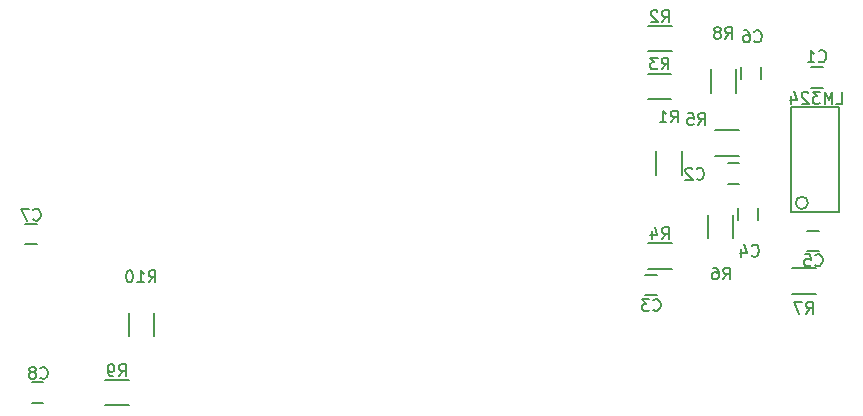
<source format=gbr>
G04 #@! TF.FileFunction,Legend,Bot*
%FSLAX45Y45*%
G04 Gerber Fmt 4.5, Leading zero omitted, Abs format (unit mm)*
G04 Created by KiCad (PCBNEW 4.0.4-stable) date 10/22/16 14:43:45*
%MOMM*%
%LPD*%
G01*
G04 APERTURE LIST*
%ADD10C,0.100000*%
%ADD11C,0.150000*%
G04 APERTURE END LIST*
D10*
D11*
X18395582Y-10284300D02*
G75*
G03X18395582Y-10284300I-52302J0D01*
G01*
X18249100Y-10365740D02*
X18249100Y-9471660D01*
X18249100Y-9471660D02*
X18654520Y-9471660D01*
X18654520Y-9471660D02*
X18654520Y-10365740D01*
X18654520Y-10365740D02*
X18249100Y-10365740D01*
X18520880Y-9307740D02*
X18420880Y-9307740D01*
X18420880Y-9137740D02*
X18520880Y-9137740D01*
X17814760Y-10120540D02*
X17714760Y-10120540D01*
X17714760Y-9950540D02*
X17814760Y-9950540D01*
X17118800Y-11062880D02*
X17018800Y-11062880D01*
X17018800Y-10892880D02*
X17118800Y-10892880D01*
X17806760Y-10430980D02*
X17806760Y-10330980D01*
X17976760Y-10330980D02*
X17976760Y-10430980D01*
X18487860Y-10689500D02*
X18387860Y-10689500D01*
X18387860Y-10519500D02*
X18487860Y-10519500D01*
X17999800Y-9131500D02*
X17999800Y-9231500D01*
X17829800Y-9231500D02*
X17829800Y-9131500D01*
X11766080Y-10466160D02*
X11866080Y-10466160D01*
X11866080Y-10636160D02*
X11766080Y-10636160D01*
X11921960Y-11974740D02*
X11821960Y-11974740D01*
X11821960Y-11804740D02*
X11921960Y-11804740D01*
X17326160Y-10049180D02*
X17326160Y-9849180D01*
X17111160Y-9849180D02*
X17111160Y-10049180D01*
X17242460Y-8787580D02*
X17042460Y-8787580D01*
X17042460Y-9002580D02*
X17242460Y-9002580D01*
X17239920Y-9193980D02*
X17039920Y-9193980D01*
X17039920Y-9408980D02*
X17239920Y-9408980D01*
X17242460Y-10626540D02*
X17042460Y-10626540D01*
X17042460Y-10841540D02*
X17242460Y-10841540D01*
X17811420Y-9671500D02*
X17611420Y-9671500D01*
X17611420Y-9886500D02*
X17811420Y-9886500D01*
X17548040Y-10385120D02*
X17548040Y-10585120D01*
X17763040Y-10585120D02*
X17763040Y-10385120D01*
X18464200Y-10839900D02*
X18264200Y-10839900D01*
X18264200Y-11054900D02*
X18464200Y-11054900D01*
X17785900Y-9353220D02*
X17785900Y-9153220D01*
X17570900Y-9153220D02*
X17570900Y-9353220D01*
X12447600Y-11997240D02*
X12647600Y-11997240D01*
X12647600Y-11782240D02*
X12447600Y-11782240D01*
X12858300Y-11413160D02*
X12858300Y-11213160D01*
X12643300Y-11213160D02*
X12643300Y-11413160D01*
X18636348Y-9444238D02*
X18683967Y-9444238D01*
X18683967Y-9344238D01*
X18603014Y-9444238D02*
X18603014Y-9344238D01*
X18569681Y-9415667D01*
X18536348Y-9344238D01*
X18536348Y-9444238D01*
X18498252Y-9344238D02*
X18436348Y-9344238D01*
X18469681Y-9382333D01*
X18455395Y-9382333D01*
X18445871Y-9387095D01*
X18441110Y-9391857D01*
X18436348Y-9401381D01*
X18436348Y-9425191D01*
X18441110Y-9434714D01*
X18445871Y-9439476D01*
X18455395Y-9444238D01*
X18483967Y-9444238D01*
X18493491Y-9439476D01*
X18498252Y-9434714D01*
X18398252Y-9353762D02*
X18393491Y-9349000D01*
X18383967Y-9344238D01*
X18360157Y-9344238D01*
X18350633Y-9349000D01*
X18345871Y-9353762D01*
X18341110Y-9363286D01*
X18341110Y-9372810D01*
X18345871Y-9387095D01*
X18403014Y-9444238D01*
X18341110Y-9444238D01*
X18255395Y-9377571D02*
X18255395Y-9444238D01*
X18279205Y-9339476D02*
X18303014Y-9410905D01*
X18241110Y-9410905D01*
X18487547Y-9083194D02*
X18492309Y-9087956D01*
X18506594Y-9092718D01*
X18516118Y-9092718D01*
X18530404Y-9087956D01*
X18539928Y-9078432D01*
X18544690Y-9068909D01*
X18549451Y-9049861D01*
X18549451Y-9035575D01*
X18544690Y-9016528D01*
X18539928Y-9007004D01*
X18530404Y-8997480D01*
X18516118Y-8992718D01*
X18506594Y-8992718D01*
X18492309Y-8997480D01*
X18487547Y-9002242D01*
X18392309Y-9092718D02*
X18449451Y-9092718D01*
X18420880Y-9092718D02*
X18420880Y-8992718D01*
X18430404Y-9007004D01*
X18439928Y-9016528D01*
X18449451Y-9021290D01*
X17453767Y-10078874D02*
X17458529Y-10083636D01*
X17472814Y-10088398D01*
X17482338Y-10088398D01*
X17496624Y-10083636D01*
X17506148Y-10074112D01*
X17510910Y-10064589D01*
X17515671Y-10045541D01*
X17515671Y-10031255D01*
X17510910Y-10012208D01*
X17506148Y-10002684D01*
X17496624Y-9993160D01*
X17482338Y-9988398D01*
X17472814Y-9988398D01*
X17458529Y-9993160D01*
X17453767Y-9997922D01*
X17415671Y-9997922D02*
X17410910Y-9993160D01*
X17401386Y-9988398D01*
X17377576Y-9988398D01*
X17368052Y-9993160D01*
X17363290Y-9997922D01*
X17358529Y-10007446D01*
X17358529Y-10016970D01*
X17363290Y-10031255D01*
X17420433Y-10088398D01*
X17358529Y-10088398D01*
X17085467Y-11188854D02*
X17090229Y-11193616D01*
X17104514Y-11198378D01*
X17114038Y-11198378D01*
X17128324Y-11193616D01*
X17137848Y-11184092D01*
X17142610Y-11174569D01*
X17147371Y-11155521D01*
X17147371Y-11141235D01*
X17142610Y-11122188D01*
X17137848Y-11112664D01*
X17128324Y-11103140D01*
X17114038Y-11098378D01*
X17104514Y-11098378D01*
X17090229Y-11103140D01*
X17085467Y-11107902D01*
X17052133Y-11098378D02*
X16990229Y-11098378D01*
X17023562Y-11136473D01*
X17009276Y-11136473D01*
X16999752Y-11141235D01*
X16994990Y-11145997D01*
X16990229Y-11155521D01*
X16990229Y-11179331D01*
X16994990Y-11188854D01*
X16999752Y-11193616D01*
X17009276Y-11198378D01*
X17037848Y-11198378D01*
X17047371Y-11193616D01*
X17052133Y-11188854D01*
X17918587Y-10729114D02*
X17923349Y-10733876D01*
X17937634Y-10738638D01*
X17947158Y-10738638D01*
X17961444Y-10733876D01*
X17970968Y-10724352D01*
X17975730Y-10714829D01*
X17980491Y-10695781D01*
X17980491Y-10681495D01*
X17975730Y-10662448D01*
X17970968Y-10652924D01*
X17961444Y-10643400D01*
X17947158Y-10638638D01*
X17937634Y-10638638D01*
X17923349Y-10643400D01*
X17918587Y-10648162D01*
X17832872Y-10671971D02*
X17832872Y-10738638D01*
X17856682Y-10633876D02*
X17880491Y-10705305D01*
X17818587Y-10705305D01*
X18457067Y-10810394D02*
X18461829Y-10815156D01*
X18476114Y-10819918D01*
X18485638Y-10819918D01*
X18499924Y-10815156D01*
X18509448Y-10805632D01*
X18514210Y-10796109D01*
X18518971Y-10777061D01*
X18518971Y-10762775D01*
X18514210Y-10743728D01*
X18509448Y-10734204D01*
X18499924Y-10724680D01*
X18485638Y-10719918D01*
X18476114Y-10719918D01*
X18461829Y-10724680D01*
X18457067Y-10729442D01*
X18366590Y-10719918D02*
X18414210Y-10719918D01*
X18418971Y-10767537D01*
X18414210Y-10762775D01*
X18404686Y-10758013D01*
X18380876Y-10758013D01*
X18371352Y-10762775D01*
X18366590Y-10767537D01*
X18361829Y-10777061D01*
X18361829Y-10800871D01*
X18366590Y-10810394D01*
X18371352Y-10815156D01*
X18380876Y-10819918D01*
X18404686Y-10819918D01*
X18414210Y-10815156D01*
X18418971Y-10810394D01*
X17941627Y-8914954D02*
X17946389Y-8919716D01*
X17960674Y-8924478D01*
X17970198Y-8924478D01*
X17984484Y-8919716D01*
X17994008Y-8910192D01*
X17998770Y-8900669D01*
X18003531Y-8881621D01*
X18003531Y-8867335D01*
X17998770Y-8848288D01*
X17994008Y-8838764D01*
X17984484Y-8829240D01*
X17970198Y-8824478D01*
X17960674Y-8824478D01*
X17946389Y-8829240D01*
X17941627Y-8834002D01*
X17855912Y-8824478D02*
X17874960Y-8824478D01*
X17884484Y-8829240D01*
X17889246Y-8834002D01*
X17898770Y-8848288D01*
X17903531Y-8867335D01*
X17903531Y-8905431D01*
X17898770Y-8914954D01*
X17894008Y-8919716D01*
X17884484Y-8924478D01*
X17865436Y-8924478D01*
X17855912Y-8919716D01*
X17851150Y-8914954D01*
X17846389Y-8905431D01*
X17846389Y-8881621D01*
X17851150Y-8872097D01*
X17855912Y-8867335D01*
X17865436Y-8862573D01*
X17884484Y-8862573D01*
X17894008Y-8867335D01*
X17898770Y-8872097D01*
X17903531Y-8881621D01*
X11836467Y-10424714D02*
X11841228Y-10429476D01*
X11855514Y-10434238D01*
X11865038Y-10434238D01*
X11879324Y-10429476D01*
X11888848Y-10419952D01*
X11893609Y-10410429D01*
X11898371Y-10391381D01*
X11898371Y-10377095D01*
X11893609Y-10358048D01*
X11888848Y-10348524D01*
X11879324Y-10339000D01*
X11865038Y-10334238D01*
X11855514Y-10334238D01*
X11841228Y-10339000D01*
X11836467Y-10343762D01*
X11803133Y-10334238D02*
X11736467Y-10334238D01*
X11779324Y-10434238D01*
X11896247Y-11765434D02*
X11901008Y-11770196D01*
X11915294Y-11774958D01*
X11924818Y-11774958D01*
X11939104Y-11770196D01*
X11948628Y-11760672D01*
X11953389Y-11751149D01*
X11958151Y-11732101D01*
X11958151Y-11717815D01*
X11953389Y-11698768D01*
X11948628Y-11689244D01*
X11939104Y-11679720D01*
X11924818Y-11674958D01*
X11915294Y-11674958D01*
X11901008Y-11679720D01*
X11896247Y-11684482D01*
X11839104Y-11717815D02*
X11848628Y-11713053D01*
X11853389Y-11708291D01*
X11858151Y-11698768D01*
X11858151Y-11694006D01*
X11853389Y-11684482D01*
X11848628Y-11679720D01*
X11839104Y-11674958D01*
X11820056Y-11674958D01*
X11810532Y-11679720D01*
X11805770Y-11684482D01*
X11801008Y-11694006D01*
X11801008Y-11698768D01*
X11805770Y-11708291D01*
X11810532Y-11713053D01*
X11820056Y-11717815D01*
X11839104Y-11717815D01*
X11848628Y-11722577D01*
X11853389Y-11727339D01*
X11858151Y-11736863D01*
X11858151Y-11755910D01*
X11853389Y-11765434D01*
X11848628Y-11770196D01*
X11839104Y-11774958D01*
X11820056Y-11774958D01*
X11810532Y-11770196D01*
X11805770Y-11765434D01*
X11801008Y-11755910D01*
X11801008Y-11736863D01*
X11805770Y-11727339D01*
X11810532Y-11722577D01*
X11820056Y-11717815D01*
X17235327Y-9603258D02*
X17268660Y-9555639D01*
X17292470Y-9603258D02*
X17292470Y-9503258D01*
X17254374Y-9503258D01*
X17244850Y-9508020D01*
X17240089Y-9512782D01*
X17235327Y-9522306D01*
X17235327Y-9536591D01*
X17240089Y-9546115D01*
X17244850Y-9550877D01*
X17254374Y-9555639D01*
X17292470Y-9555639D01*
X17140089Y-9603258D02*
X17197231Y-9603258D01*
X17168660Y-9603258D02*
X17168660Y-9503258D01*
X17178184Y-9517544D01*
X17187708Y-9527068D01*
X17197231Y-9531830D01*
X17159127Y-8754898D02*
X17192460Y-8707279D01*
X17216270Y-8754898D02*
X17216270Y-8654898D01*
X17178174Y-8654898D01*
X17168650Y-8659660D01*
X17163889Y-8664422D01*
X17159127Y-8673946D01*
X17159127Y-8688231D01*
X17163889Y-8697755D01*
X17168650Y-8702517D01*
X17178174Y-8707279D01*
X17216270Y-8707279D01*
X17121031Y-8664422D02*
X17116270Y-8659660D01*
X17106746Y-8654898D01*
X17082936Y-8654898D01*
X17073412Y-8659660D01*
X17068650Y-8664422D01*
X17063889Y-8673946D01*
X17063889Y-8683470D01*
X17068650Y-8697755D01*
X17125793Y-8754898D01*
X17063889Y-8754898D01*
X17156587Y-9153678D02*
X17189920Y-9106059D01*
X17213730Y-9153678D02*
X17213730Y-9053678D01*
X17175634Y-9053678D01*
X17166110Y-9058440D01*
X17161349Y-9063202D01*
X17156587Y-9072726D01*
X17156587Y-9087011D01*
X17161349Y-9096535D01*
X17166110Y-9101297D01*
X17175634Y-9106059D01*
X17213730Y-9106059D01*
X17123253Y-9053678D02*
X17061349Y-9053678D01*
X17094682Y-9091773D01*
X17080396Y-9091773D01*
X17070872Y-9096535D01*
X17066110Y-9101297D01*
X17061349Y-9110821D01*
X17061349Y-9134631D01*
X17066110Y-9144154D01*
X17070872Y-9148916D01*
X17080396Y-9153678D01*
X17108968Y-9153678D01*
X17118491Y-9148916D01*
X17123253Y-9144154D01*
X17159127Y-10591318D02*
X17192460Y-10543699D01*
X17216270Y-10591318D02*
X17216270Y-10491318D01*
X17178174Y-10491318D01*
X17168650Y-10496080D01*
X17163889Y-10500842D01*
X17159127Y-10510366D01*
X17159127Y-10524651D01*
X17163889Y-10534175D01*
X17168650Y-10538937D01*
X17178174Y-10543699D01*
X17216270Y-10543699D01*
X17073412Y-10524651D02*
X17073412Y-10591318D01*
X17097222Y-10486556D02*
X17121031Y-10557985D01*
X17059127Y-10557985D01*
X17466467Y-9623578D02*
X17499800Y-9575959D01*
X17523610Y-9623578D02*
X17523610Y-9523578D01*
X17485514Y-9523578D01*
X17475990Y-9528340D01*
X17471229Y-9533102D01*
X17466467Y-9542626D01*
X17466467Y-9556911D01*
X17471229Y-9566435D01*
X17475990Y-9571197D01*
X17485514Y-9575959D01*
X17523610Y-9575959D01*
X17375990Y-9523578D02*
X17423610Y-9523578D01*
X17428371Y-9571197D01*
X17423610Y-9566435D01*
X17414086Y-9561673D01*
X17390276Y-9561673D01*
X17380752Y-9566435D01*
X17375990Y-9571197D01*
X17371229Y-9580721D01*
X17371229Y-9604531D01*
X17375990Y-9614054D01*
X17380752Y-9618816D01*
X17390276Y-9623578D01*
X17414086Y-9623578D01*
X17423610Y-9618816D01*
X17428371Y-9614054D01*
X17677287Y-10931678D02*
X17710620Y-10884059D01*
X17734430Y-10931678D02*
X17734430Y-10831678D01*
X17696334Y-10831678D01*
X17686810Y-10836440D01*
X17682049Y-10841202D01*
X17677287Y-10850726D01*
X17677287Y-10865011D01*
X17682049Y-10874535D01*
X17686810Y-10879297D01*
X17696334Y-10884059D01*
X17734430Y-10884059D01*
X17591572Y-10831678D02*
X17610620Y-10831678D01*
X17620144Y-10836440D01*
X17624906Y-10841202D01*
X17634430Y-10855488D01*
X17639191Y-10874535D01*
X17639191Y-10912631D01*
X17634430Y-10922154D01*
X17629668Y-10926916D01*
X17620144Y-10931678D01*
X17601096Y-10931678D01*
X17591572Y-10926916D01*
X17586810Y-10922154D01*
X17582049Y-10912631D01*
X17582049Y-10888821D01*
X17586810Y-10879297D01*
X17591572Y-10874535D01*
X17601096Y-10869773D01*
X17620144Y-10869773D01*
X17629668Y-10874535D01*
X17634430Y-10879297D01*
X17639191Y-10888821D01*
X18380867Y-11222638D02*
X18414200Y-11175019D01*
X18438010Y-11222638D02*
X18438010Y-11122638D01*
X18399914Y-11122638D01*
X18390390Y-11127400D01*
X18385629Y-11132162D01*
X18380867Y-11141686D01*
X18380867Y-11155971D01*
X18385629Y-11165495D01*
X18390390Y-11170257D01*
X18399914Y-11175019D01*
X18438010Y-11175019D01*
X18347533Y-11122638D02*
X18280867Y-11122638D01*
X18323724Y-11222638D01*
X17695067Y-8897138D02*
X17728400Y-8849519D01*
X17752210Y-8897138D02*
X17752210Y-8797138D01*
X17714114Y-8797138D01*
X17704590Y-8801900D01*
X17699829Y-8806662D01*
X17695067Y-8816186D01*
X17695067Y-8830471D01*
X17699829Y-8839995D01*
X17704590Y-8844757D01*
X17714114Y-8849519D01*
X17752210Y-8849519D01*
X17637924Y-8839995D02*
X17647448Y-8835233D01*
X17652210Y-8830471D01*
X17656971Y-8820948D01*
X17656971Y-8816186D01*
X17652210Y-8806662D01*
X17647448Y-8801900D01*
X17637924Y-8797138D01*
X17618876Y-8797138D01*
X17609352Y-8801900D01*
X17604590Y-8806662D01*
X17599829Y-8816186D01*
X17599829Y-8820948D01*
X17604590Y-8830471D01*
X17609352Y-8835233D01*
X17618876Y-8839995D01*
X17637924Y-8839995D01*
X17647448Y-8844757D01*
X17652210Y-8849519D01*
X17656971Y-8859043D01*
X17656971Y-8878091D01*
X17652210Y-8887614D01*
X17647448Y-8892376D01*
X17637924Y-8897138D01*
X17618876Y-8897138D01*
X17609352Y-8892376D01*
X17604590Y-8887614D01*
X17599829Y-8878091D01*
X17599829Y-8859043D01*
X17604590Y-8849519D01*
X17609352Y-8844757D01*
X17618876Y-8839995D01*
X12561727Y-11752098D02*
X12595060Y-11704479D01*
X12618869Y-11752098D02*
X12618869Y-11652098D01*
X12580774Y-11652098D01*
X12571250Y-11656860D01*
X12566488Y-11661622D01*
X12561727Y-11671146D01*
X12561727Y-11685431D01*
X12566488Y-11694955D01*
X12571250Y-11699717D01*
X12580774Y-11704479D01*
X12618869Y-11704479D01*
X12514108Y-11752098D02*
X12495060Y-11752098D01*
X12485536Y-11747336D01*
X12480774Y-11742574D01*
X12471250Y-11728289D01*
X12466488Y-11709241D01*
X12466488Y-11671146D01*
X12471250Y-11661622D01*
X12476012Y-11656860D01*
X12485536Y-11652098D01*
X12504584Y-11652098D01*
X12514108Y-11656860D01*
X12518869Y-11661622D01*
X12523631Y-11671146D01*
X12523631Y-11694955D01*
X12518869Y-11704479D01*
X12514108Y-11709241D01*
X12504584Y-11714003D01*
X12485536Y-11714003D01*
X12476012Y-11709241D01*
X12471250Y-11704479D01*
X12466488Y-11694955D01*
X12814086Y-10956738D02*
X12847419Y-10909119D01*
X12871229Y-10956738D02*
X12871229Y-10856738D01*
X12833133Y-10856738D01*
X12823609Y-10861500D01*
X12818848Y-10866262D01*
X12814086Y-10875786D01*
X12814086Y-10890071D01*
X12818848Y-10899595D01*
X12823609Y-10904357D01*
X12833133Y-10909119D01*
X12871229Y-10909119D01*
X12718848Y-10956738D02*
X12775990Y-10956738D01*
X12747419Y-10956738D02*
X12747419Y-10856738D01*
X12756943Y-10871024D01*
X12766467Y-10880548D01*
X12775990Y-10885310D01*
X12656943Y-10856738D02*
X12647419Y-10856738D01*
X12637895Y-10861500D01*
X12633133Y-10866262D01*
X12628371Y-10875786D01*
X12623609Y-10894833D01*
X12623609Y-10918643D01*
X12628371Y-10937691D01*
X12633133Y-10947214D01*
X12637895Y-10951976D01*
X12647419Y-10956738D01*
X12656943Y-10956738D01*
X12666467Y-10951976D01*
X12671229Y-10947214D01*
X12675990Y-10937691D01*
X12680752Y-10918643D01*
X12680752Y-10894833D01*
X12675990Y-10875786D01*
X12671229Y-10866262D01*
X12666467Y-10861500D01*
X12656943Y-10856738D01*
M02*

</source>
